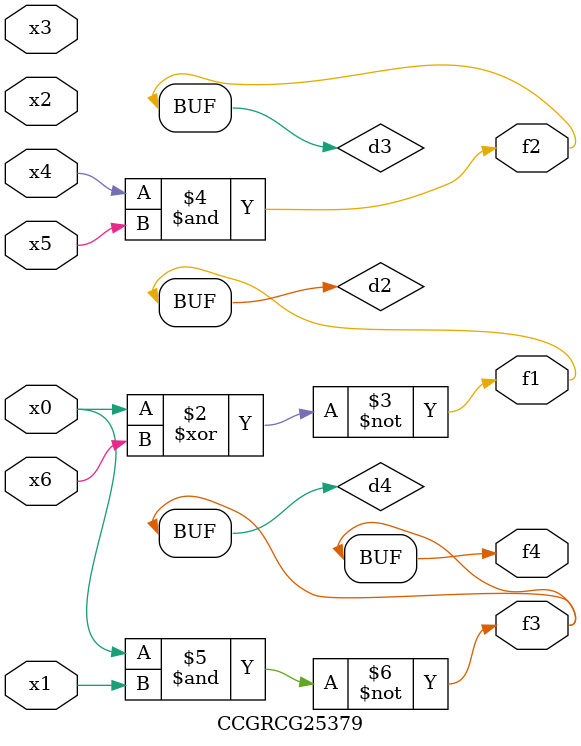
<source format=v>
module CCGRCG25379(
	input x0, x1, x2, x3, x4, x5, x6,
	output f1, f2, f3, f4
);

	wire d1, d2, d3, d4;

	nor (d1, x0);
	xnor (d2, x0, x6);
	and (d3, x4, x5);
	nand (d4, x0, x1);
	assign f1 = d2;
	assign f2 = d3;
	assign f3 = d4;
	assign f4 = d4;
endmodule

</source>
